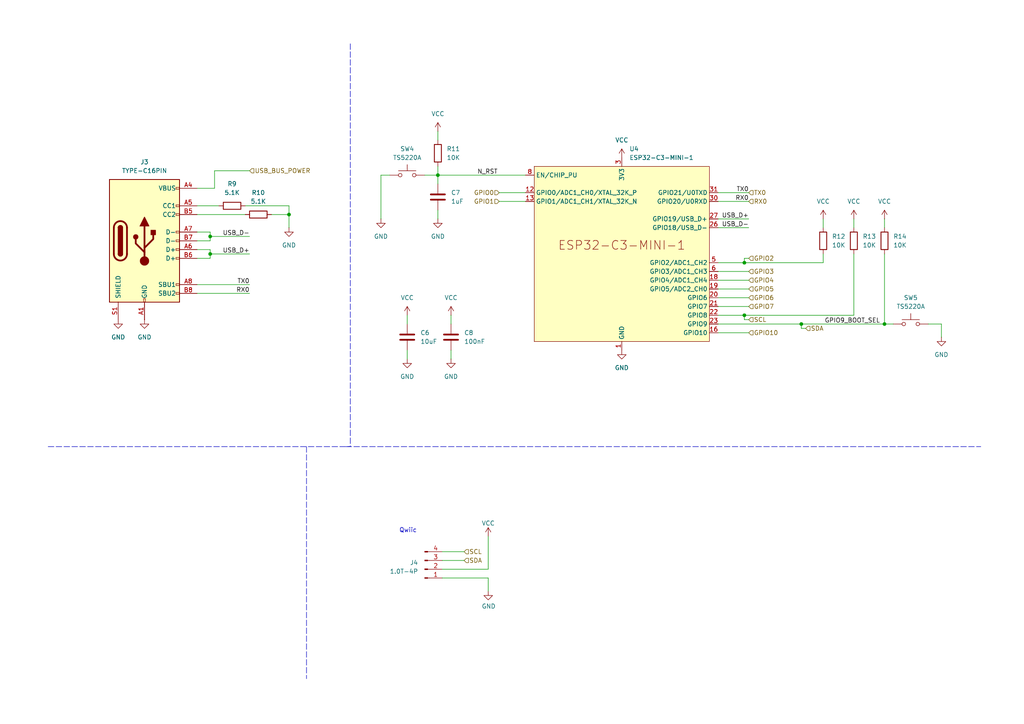
<source format=kicad_sch>
(kicad_sch (version 20250114) (generator "eeschema") (generator_version "9.0")
  (paper "A4")
  (title_block (title "ESP32-C3 mini module") (date "2024-06-12") (rev "1.1") (company "BornHack"))
  (lib_symbols
    (symbol "Connector:Conn_01x04_Male" (pin_names (offset 1.016) (hide yes))
      (property "Reference" "J" (at 0 5.08 0))
      (property "Value" "Conn_01x04_Male" (at 0 -7.62 0))
      (symbol "Conn_01x04_Male_1_1"
        (rectangle (start 0.8636 2.667) (end 0 2.413) (stroke (width 0.1524)) (fill (type outline)))
        (rectangle (start 0.8636 0.127) (end 0 -0.127) (stroke (width 0.1524)) (fill (type outline)))
        (rectangle (start 0.8636 -2.413) (end 0 -2.667) (stroke (width 0.1524)) (fill (type outline)))
        (rectangle (start 0.8636 -4.953) (end 0 -5.207) (stroke (width 0.1524)) (fill (type outline)))
        (polyline (pts (xy 1.27 2.54) (xy 0.8636 2.54)) (stroke (width 0.1524)))
        (polyline (pts (xy 1.27 0) (xy 0.8636 0)) (stroke (width 0.1524)))
        (polyline (pts (xy 1.27 -2.54) (xy 0.8636 -2.54)) (stroke (width 0.1524)))
        (polyline (pts (xy 1.27 -5.08) (xy 0.8636 -5.08)) (stroke (width 0.1524)))
        (pin passive line (at 5.08 2.54 180) (length 3.81) (name "Pin_1") (number "1"))
        (pin passive line (at 5.08 0 180) (length 3.81) (name "Pin_2") (number "2"))
        (pin passive line (at 5.08 -2.54 180) (length 3.81) (name "Pin_3") (number "3"))
        (pin passive line (at 5.08 -5.08 180) (length 3.81) (name "Pin_4") (number "4"))
      )
    )
    (symbol "Connector:USB_C_Receptacle_USB2.0_16P" (pin_names (offset 1.016))
      (property "Reference" "J" (at 0 22.225 0))
      (property "Value" "USB_C_Receptacle_USB2.0_16P" (at 0 19.685 0))
      (symbol "USB_C_Receptacle_USB2.0_16P_0_0"
        (rectangle (start -0.254 -17.78) (end 0.254 -16.764))
        (rectangle (start 10.16 15.494) (end 9.144 14.986))
        (rectangle (start 10.16 10.414) (end 9.144 9.906))
        (rectangle (start 10.16 7.874) (end 9.144 7.366))
        (rectangle (start 10.16 2.794) (end 9.144 2.286))
        (rectangle (start 10.16 0.254) (end 9.144 -0.254))
        (rectangle (start 10.16 -2.286) (end 9.144 -2.794))
        (rectangle (start 10.16 -4.826) (end 9.144 -5.334))
        (rectangle (start 10.16 -12.446) (end 9.144 -12.954))
        (rectangle (start 10.16 -14.986) (end 9.144 -15.494))
      )
      (symbol "USB_C_Receptacle_USB2.0_16P_0_1"
        (rectangle (start -10.16 17.78) (end 10.16 -17.78) (stroke (width 0.254)) (fill (type background)))
        (polyline (pts (xy -8.89 -3.81) (xy -8.89 3.81)) (stroke (width 0.508)))
        (rectangle (start -7.62 -3.81) (end -6.35 3.81) (stroke (width 0.254)) (fill (type outline)))
        (arc (start -7.62 3.81) (mid -6.985 4.4423) (end -6.35 3.81) (stroke (width 0.254)))
        (arc (start -7.62 3.81) (mid -6.985 4.4423) (end -6.35 3.81) (stroke (width 0.254)) (fill (type outline)))
        (arc (start -8.89 3.81) (mid -6.985 5.7067) (end -5.08 3.81) (stroke (width 0.508)))
        (arc (start -5.08 -3.81) (mid -6.985 -5.7067) (end -8.89 -3.81) (stroke (width 0.508)))
        (arc (start -6.35 -3.81) (mid -6.985 -4.4423) (end -7.62 -3.81) (stroke (width 0.254)))
        (arc (start -6.35 -3.81) (mid -6.985 -4.4423) (end -7.62 -3.81) (stroke (width 0.254)) (fill (type outline)))
        (polyline (pts (xy -5.08 3.81) (xy -5.08 -3.81)) (stroke (width 0.508)))
        (circle (center -2.54 1.143) (radius 0.635) (stroke (width 0.254)) (fill (type outline)))
        (polyline (pts (xy -1.27 4.318) (xy 0 6.858) (xy 1.27 4.318) (xy -1.27 4.318)) (stroke (width 0.254)) (fill (type outline)))
        (polyline (pts (xy 0 -2.032) (xy 2.54 0.508) (xy 2.54 1.778)) (stroke (width 0.508)))
        (polyline (pts (xy 0 -3.302) (xy -2.54 -0.762) (xy -2.54 0.508)) (stroke (width 0.508)))
        (polyline (pts (xy 0 -5.842) (xy 0 4.318)) (stroke (width 0.508)))
        (circle (center 0 -5.842) (radius 1.27) (fill (type outline)))
        (rectangle (start 1.905 1.778) (end 3.175 3.048) (stroke (width 0.254)) (fill (type outline)))
      )
      (symbol "USB_C_Receptacle_USB2.0_16P_1_1"
        (pin passive line (at -7.62 -22.86 90) (length 5.08) (name "SHIELD") (number "S1"))
        (pin passive line (at 0 -22.86 90) (length 5.08) (name "GND") (number "A1"))
        (pin passive line (at 0 -22.86 90) (length 5.08) (hide yes) (name "GND") (number "A12"))
        (pin passive line (at 0 -22.86 90) (length 5.08) (hide yes) (name "GND") (number "B1"))
        (pin passive line (at 0 -22.86 90) (length 5.08) (hide yes) (name "GND") (number "B12"))
        (pin passive line (at 15.24 15.24 180) (length 5.08) (name "VBUS") (number "A4"))
        (pin passive line (at 15.24 15.24 180) (length 5.08) (hide yes) (name "VBUS") (number "A9"))
        (pin passive line (at 15.24 15.24 180) (length 5.08) (hide yes) (name "VBUS") (number "B4"))
        (pin passive line (at 15.24 15.24 180) (length 5.08) (hide yes) (name "VBUS") (number "B9"))
        (pin bidirectional line (at 15.24 10.16 180) (length 5.08) (name "CC1") (number "A5"))
        (pin bidirectional line (at 15.24 7.62 180) (length 5.08) (name "CC2") (number "B5"))
        (pin bidirectional line (at 15.24 2.54 180) (length 5.08) (name "D-") (number "A7"))
        (pin bidirectional line (at 15.24 0 180) (length 5.08) (name "D-") (number "B7"))
        (pin bidirectional line (at 15.24 -2.54 180) (length 5.08) (name "D+") (number "A6"))
        (pin bidirectional line (at 15.24 -5.08 180) (length 5.08) (name "D+") (number "B6"))
        (pin bidirectional line (at 15.24 -12.7 180) (length 5.08) (name "SBU1") (number "A8"))
        (pin bidirectional line (at 15.24 -15.24 180) (length 5.08) (name "SBU2") (number "B8"))
      )
    )
    (symbol "Device:C" (pin_numbers (hide yes)) (pin_names (offset 0.254))
      (property "Reference" "C" (at 0.635 2.54 0))
      (property "Value" "C" (at 0.635 -2.54 0))
      (symbol "C_0_1"
        (polyline (pts (xy -2.032 0.762) (xy 2.032 0.762)) (stroke (width 0.508)))
        (polyline (pts (xy -2.032 -0.762) (xy 2.032 -0.762)) (stroke (width 0.508)))
      )
      (symbol "C_1_1"
        (pin passive line (at 0 3.81 270) (length 2.794) (name "~") (number "1"))
        (pin passive line (at 0 -3.81 90) (length 2.794) (name "~") (number "2"))
      )
    )
    (symbol "Device:R" (pin_numbers (hide yes)) (pin_names (offset 0))
      (property "Reference" "R" (at 2.032 0 90))
      (property "Value" "R" (at 0 0 90))
      (symbol "R_0_1"
        (rectangle (start -1.016 -2.54) (end 1.016 2.54) (stroke (width 0.254)))
      )
      (symbol "R_1_1"
        (pin passive line (at 0 3.81 270) (length 1.27) (name "~") (number "1"))
        (pin passive line (at 0 -3.81 90) (length 1.27) (name "~") (number "2"))
      )
    )
    (symbol "PCM_Espressif:ESP32-C3-MINI-1"
      (property "Reference" "U" (at -25.4 30.48 0))
      (property "Value" "ESP32-C3-MINI-1" (at -25.4 27.94 0))
      (symbol "ESP32-C3-MINI-1_0_0"
        (text "ESP32-C3-MINI-1" (at 0 2.54 0) (effects (font (size 2.54 2.54))))
      )
      (symbol "ESP32-C3-MINI-1_0_1"
        (rectangle (start -25.4 25.4) (end 25.4 -25.4) (fill (type background)))
      )
      (symbol "ESP32-C3-MINI-1_1_1"
        (pin input line (at -27.94 22.86 0) (length 2.54) (name "EN/CHIP_PU") (number "8"))
        (pin bidirectional line (at -27.94 17.78 0) (length 2.54) (name "GPIO0/ADC1_CH0/XTAL_32K_P") (number "12"))
        (pin bidirectional line (at -27.94 15.24 0) (length 2.54) (name "GPIO1/ADC1_CH1/XTAL_32K_N") (number "13"))
        (pin no_connect line (at -25.4 10.16 0) (length 2.54) (hide yes) (name "NC") (number "4"))
        (pin no_connect line (at -25.4 7.62 0) (length 2.54) (hide yes) (name "NC") (number "7"))
        (pin no_connect line (at -25.4 5.08 0) (length 2.54) (hide yes) (name "NC") (number "9"))
        (pin no_connect line (at -25.4 2.54 0) (length 2.54) (hide yes) (name "NC") (number "10"))
        (pin no_connect line (at -25.4 0 0) (length 2.54) (hide yes) (name "NC") (number "15"))
        (pin no_connect line (at -25.4 -2.54 0) (length 2.54) (hide yes) (name "NC") (number "17"))
        (pin no_connect line (at -25.4 -5.08 0) (length 2.54) (hide yes) (name "NC") (number "24"))
        (pin no_connect line (at -25.4 -7.62 0) (length 2.54) (hide yes) (name "NC") (number "25"))
        (pin no_connect line (at -25.4 -10.16 0) (length 2.54) (hide yes) (name "NC") (number "28"))
        (pin no_connect line (at -25.4 -12.7 0) (length 2.54) (hide yes) (name "NC") (number "29"))
        (pin no_connect line (at -25.4 -15.24 0) (length 2.54) (hide yes) (name "NC") (number "32"))
        (pin no_connect line (at -25.4 -17.78 0) (length 2.54) (hide yes) (name "NC") (number "33"))
        (pin no_connect line (at -25.4 -20.32 0) (length 2.54) (hide yes) (name "NC") (number "34"))
        (pin no_connect line (at -25.4 -22.86 0) (length 2.54) (hide yes) (name "NC") (number "35"))
        (pin power_in line (at 0 27.94 270) (length 2.54) (name "3V3") (number "3"))
        (pin power_in line (at 0 -27.94 90) (length 2.54) (name "GND") (number "1"))
        (pin passive line (at 0 -27.94 90) (length 2.54) (hide yes) (name "GND") (number "11"))
        (pin passive line (at 0 -27.94 90) (length 2.54) (hide yes) (name "GND") (number "14"))
        (pin passive line (at 0 -27.94 90) (length 2.54) (hide yes) (name "GND") (number "2"))
        (pin passive line (at 0 -27.94 90) (length 2.54) (hide yes) (name "GND") (number "36"))
        (pin passive line (at 0 -27.94 90) (length 2.54) (hide yes) (name "GND") (number "37"))
        (pin passive line (at 0 -27.94 90) (length 2.54) (hide yes) (name "GND") (number "38"))
        (pin passive line (at 0 -27.94 90) (length 2.54) (hide yes) (name "GND") (number "39"))
        (pin passive line (at 0 -27.94 90) (length 2.54) (hide yes) (name "GND") (number "40"))
        (pin passive line (at 0 -27.94 90) (length 2.54) (hide yes) (name "GND") (number "41"))
        (pin passive line (at 0 -27.94 90) (length 2.54) (hide yes) (name "GND") (number "42"))
        (pin passive line (at 0 -27.94 90) (length 2.54) (hide yes) (name "GND") (number "43"))
        (pin passive line (at 0 -27.94 90) (length 2.54) (hide yes) (name "GND") (number "44"))
        (pin passive line (at 0 -27.94 90) (length 2.54) (hide yes) (name "GND") (number "45"))
        (pin passive line (at 0 -27.94 90) (length 2.54) (hide yes) (name "GND") (number "46"))
        (pin passive line (at 0 -27.94 90) (length 2.54) (hide yes) (name "GND") (number "47"))
        (pin passive line (at 0 -27.94 90) (length 2.54) (hide yes) (name "GND") (number "48"))
        (pin passive line (at 0 -27.94 90) (length 2.54) (hide yes) (name "GND") (number "49"))
        (pin passive line (at 0 -27.94 90) (length 2.54) (hide yes) (name "GND") (number "50"))
        (pin passive line (at 0 -27.94 90) (length 2.54) (hide yes) (name "GND") (number "51"))
        (pin passive line (at 0 -27.94 90) (length 2.54) (hide yes) (name "GND") (number "52"))
        (pin passive line (at 0 -27.94 90) (length 2.54) (hide yes) (name "GND") (number "53"))
        (pin bidirectional line (at 27.94 17.78 180) (length 2.54) (name "GPIO21/U0TXD") (number "31"))
        (pin bidirectional line (at 27.94 15.24 180) (length 2.54) (name "GPIO20/U0RXD") (number "30"))
        (pin bidirectional line (at 27.94 10.16 180) (length 2.54) (name "GPIO19/USB_D+") (number "27"))
        (pin bidirectional line (at 27.94 7.62 180) (length 2.54) (name "GPIO18/USB_D-") (number "26"))
        (pin bidirectional line (at 27.94 -2.54 180) (length 2.54) (name "GPIO2/ADC1_CH2") (number "5"))
        (pin bidirectional line (at 27.94 -5.08 180) (length 2.54) (name "GPIO3/ADC1_CH3") (number "6"))
        (pin bidirectional line (at 27.94 -7.62 180) (length 2.54) (name "GPIO4/ADC1_CH4") (number "18"))
        (pin bidirectional line (at 27.94 -10.16 180) (length 2.54) (name "GPIO5/ADC2_CH0") (number "19"))
        (pin bidirectional line (at 27.94 -12.7 180) (length 2.54) (name "GPIO6") (number "20"))
        (pin bidirectional line (at 27.94 -15.24 180) (length 2.54) (name "GPIO7") (number "21"))
        (pin bidirectional line (at 27.94 -17.78 180) (length 2.54) (name "GPIO8") (number "22"))
        (pin bidirectional line (at 27.94 -20.32 180) (length 2.54) (name "GPIO9") (number "23"))
        (pin bidirectional line (at 27.94 -22.86 180) (length 2.54) (name "GPIO10") (number "16"))
      )
    )
    (symbol "Switch:SW_Push" (pin_numbers (hide yes)) (pin_names (offset 1.016) (hide yes))
      (property "Reference" "SW" (at 1.27 2.54 0))
      (property "Value" "SW_Push" (at 0 -1.524 0))
      (symbol "SW_Push_0_1"
        (circle (center -2.032 0) (radius 0.508))
        (polyline (pts (xy 0 1.27) (xy 0 3.048)))
        (circle (center 2.032 0) (radius 0.508))
        (polyline (pts (xy 2.54 1.27) (xy -2.54 1.27)))
        (pin passive line (at -5.08 0 0) (length 2.54) (name "1") (number "1"))
        (pin passive line (at 5.08 0 180) (length 2.54) (name "2") (number "2"))
      )
    )
    (symbol "power:GND" (power) (pin_numbers (hide yes)) (pin_names (offset 0) (hide yes))
      (property "Value" "GND" (at 0 -3.81 0))
      (symbol "GND_0_1"
        (polyline (pts (xy 0 0) (xy 0 -1.27) (xy 1.27 -1.27) (xy 0 -2.54) (xy -1.27 -1.27) (xy 0 -1.27)))
      )
      (symbol "GND_1_1"
        (pin power_in line (at 0 0 270) (length 0) (name "~") (number "1"))
      )
    )
    (symbol "power:VCC" (power) (pin_numbers (hide yes)) (pin_names (offset 0) (hide yes))
      (property "Value" "VCC" (at 0 3.556 0))
      (symbol "VCC_0_1"
        (polyline (pts (xy -0.762 1.27) (xy 0 2.54)))
        (polyline (pts (xy 0 2.54) (xy 0.762 1.27)))
        (polyline (pts (xy 0 0) (xy 0 2.54)))
      )
      (symbol "VCC_1_1"
        (pin power_in line (at 0 0 90) (length 0) (name "~") (number "1"))
      )
    )
  )
  (text "Qwiic" (at 118.364 153.924 0) (effects (font (size 1.27 1.27))))
  (junction (at 232.41 93.98))
  (junction (at 127 50.8))
  (junction (at 60.96 68.58))
  (junction (at 256.54 93.98))
  (junction (at 215.9 91.44))
  (junction (at 215.9 76.2))
  (junction (at 60.96 73.66))
  (junction (at 83.82 62.23))
  (wire (pts (xy 57.15 85.09) (xy 72.39 85.09)))
  (wire (pts (xy 141.605 155.575) (xy 141.605 165.1)))
  (wire (pts (xy 57.15 62.23) (xy 71.12 62.23)))
  (wire (pts (xy 78.74 62.23) (xy 83.82 62.23)))
  (wire (pts (xy 215.9 76.2) (xy 238.76 76.2)))
  (wire (pts (xy 238.76 63.5) (xy 238.76 66.04)))
  (wire (pts (xy 208.28 81.28) (xy 217.17 81.28)))
  (wire (pts (xy 127 50.8) (xy 152.4 50.8)))
  (wire (pts (xy 144.78 58.42) (xy 152.4 58.42)))
  (wire (pts (xy 215.9 92.71) (xy 215.9 91.44)))
  (wire (pts (xy 57.15 72.39) (xy 60.96 72.39)))
  (wire (pts (xy 256.54 73.66) (xy 256.54 93.98)))
  (wire (pts (xy 57.15 67.31) (xy 60.96 67.31)))
  (wire (pts (xy 269.24 93.98) (xy 273.05 93.98)))
  (wire (pts (xy 208.28 63.5) (xy 217.17 63.5)))
  (wire (pts (xy 247.65 91.44) (xy 247.65 73.66)))
  (wire (pts (xy 57.15 82.55) (xy 72.39 82.55)))
  (wire (pts (xy 256.54 63.5) (xy 256.54 66.04)))
  (wire (pts (xy 127 48.26) (xy 127 50.8)))
  (wire (pts (xy 60.96 72.39) (xy 60.96 73.66)))
  (wire (pts (xy 60.96 69.85) (xy 60.96 68.58)))
  (wire (pts (xy 215.9 91.44) (xy 247.65 91.44)))
  (wire (pts (xy 127 50.8) (xy 127 53.34)))
  (wire (pts (xy 83.82 59.69) (xy 83.82 62.23)))
  (wire (pts (xy 57.15 74.93) (xy 60.96 74.93)))
  (wire (pts (xy 208.28 58.42) (xy 217.17 58.42)))
  (wire (pts (xy 208.28 96.52) (xy 217.17 96.52)))
  (wire (pts (xy 208.28 66.04) (xy 217.17 66.04)))
  (polyline (pts (xy 101.6 129.54) (xy 101.6 129.54)) (stroke (width 0) (type dash)))
  (wire (pts (xy 130.81 91.44) (xy 130.81 93.98)))
  (wire (pts (xy 247.65 63.5) (xy 247.65 66.04)))
  (polyline (pts (xy 88.9 129.54) (xy 88.9 196.85)) (stroke (width 0) (type dash)))
  (wire (pts (xy 256.54 93.98) (xy 259.08 93.98)))
  (wire (pts (xy 208.28 93.98) (xy 232.41 93.98)))
  (wire (pts (xy 273.05 93.98) (xy 273.05 97.79)))
  (wire (pts (xy 144.78 55.88) (xy 152.4 55.88)))
  (wire (pts (xy 128.27 165.1) (xy 141.605 165.1)))
  (wire (pts (xy 208.28 91.44) (xy 215.9 91.44)))
  (wire (pts (xy 110.49 50.8) (xy 110.49 63.5)))
  (wire (pts (xy 130.81 101.6) (xy 130.81 104.14)))
  (wire (pts (xy 60.96 74.93) (xy 60.96 73.66)))
  (wire (pts (xy 127 60.96) (xy 127 63.5)))
  (wire (pts (xy 60.96 73.66) (xy 72.39 73.66)))
  (wire (pts (xy 128.27 162.56) (xy 134.62 162.56)))
  (polyline (pts (xy 13.97 129.54) (xy 101.6 129.54)) (stroke (width 0) (type dash)))
  (wire (pts (xy 60.96 67.31) (xy 60.96 68.58)))
  (wire (pts (xy 217.17 74.93) (xy 215.9 74.93)))
  (wire (pts (xy 232.41 95.25) (xy 232.41 93.98)))
  (wire (pts (xy 83.82 62.23) (xy 83.82 66.04)))
  (wire (pts (xy 123.19 50.8) (xy 127 50.8)))
  (wire (pts (xy 208.28 55.88) (xy 217.17 55.88)))
  (wire (pts (xy 238.76 76.2) (xy 238.76 73.66)))
  (wire (pts (xy 118.11 101.6) (xy 118.11 104.14)))
  (wire (pts (xy 208.28 76.2) (xy 215.9 76.2)))
  (wire (pts (xy 113.03 50.8) (xy 110.49 50.8)))
  (wire (pts (xy 127 38.1) (xy 127 40.64)))
  (polyline (pts (xy 101.6 12.7) (xy 101.6 129.54)) (stroke (width 0) (type dash)))
  (wire (pts (xy 71.12 59.69) (xy 83.82 59.69)))
  (wire (pts (xy 232.41 93.98) (xy 256.54 93.98)))
  (wire (pts (xy 233.68 95.25) (xy 232.41 95.25)))
  (wire (pts (xy 208.28 83.82) (xy 217.17 83.82)))
  (wire (pts (xy 208.28 86.36) (xy 217.17 86.36)))
  (wire (pts (xy 128.27 160.02) (xy 134.62 160.02)))
  (wire (pts (xy 60.96 68.58) (xy 72.39 68.58)))
  (wire (pts (xy 215.9 74.93) (xy 215.9 76.2)))
  (wire (pts (xy 57.15 59.69) (xy 63.5 59.69)))
  (wire (pts (xy 57.15 54.61) (xy 62.23 54.61)))
  (wire (pts (xy 217.17 92.71) (xy 215.9 92.71)))
  (wire (pts (xy 62.23 54.61) (xy 62.23 49.53)))
  (polyline (pts (xy 100.33 129.54) (xy 284.48 129.54)) (stroke (width 0) (type dash)))
  (wire (pts (xy 57.15 69.85) (xy 60.96 69.85)))
  (wire (pts (xy 62.23 49.53) (xy 72.39 49.53)))
  (wire (pts (xy 141.605 167.64) (xy 141.605 171.45)))
  (wire (pts (xy 208.28 88.9) (xy 217.17 88.9)))
  (wire (pts (xy 128.27 167.64) (xy 141.605 167.64)))
  (wire (pts (xy 208.28 78.74) (xy 217.17 78.74)))
  (wire (pts (xy 118.11 91.44) (xy 118.11 93.98)))
  (label "TX0" (at 72.39 82.55 180))
  (label "N_RST" (at 138.43 50.8 0))
  (label "RX0" (at 217.17 58.42 180))
  (label "USB_D+" (at 72.39 73.66 180))
  (label "RX0" (at 72.39 85.09 180))
  (label "USB_D-" (at 72.39 68.58 180))
  (label "USB_D+" (at 217.17 63.5 180))
  (label "TX0" (at 217.17 55.88 180))
  (label "GPIO9_BOOT_SEL" (at 255.27 93.98 180))
  (label "USB_D-" (at 217.17 66.04 180))
  (hierarchical_label "SCL" (shape input) (at 217.17 92.71 0))
  (hierarchical_label "GPIO0" (shape input) (at 144.78 55.88 180))
  (hierarchical_label "GPIO3" (shape input) (at 217.17 78.74 0))
  (hierarchical_label "GPIO7" (shape input) (at 217.17 88.9 0))
  (hierarchical_label "GPIO6" (shape input) (at 217.17 86.36 0))
  (hierarchical_label "USB_BUS_POWER" (shape input) (at 72.39 49.53 0))
  (hierarchical_label "RX0" (shape input) (at 217.17 58.42 0))
  (hierarchical_label "GPIO10" (shape input) (at 217.17 96.52 0))
  (hierarchical_label "GPIO4" (shape input) (at 217.17 81.28 0))
  (hierarchical_label "SCL" (shape input) (at 134.62 160.02 0))
  (hierarchical_label "GPIO5" (shape input) (at 217.17 83.82 0))
  (hierarchical_label "SDA" (shape input) (at 134.62 162.56 0))
  (hierarchical_label "GPIO1" (shape input) (at 144.78 58.42 180))
  (hierarchical_label "TX0" (shape input) (at 217.17 55.88 0))
  (hierarchical_label "SDA" (shape input) (at 233.68 95.25 0))
  (hierarchical_label "GPIO2" (shape input) (at 217.17 74.93 0))
  (symbol (lib_id "power:VCC") (at 118.11 91.44 0) (unit 1)
    (property "Reference" "#PWR028" (effects (hide yes)))
    (property "Value" "VCC" (at 118.11 86.36 0))
    (property "Description" "Power symbol creates a global label with name \"VCC\"" (effects (hide yes)))
  )
  (symbol (lib_id "power:VCC") (at 256.54 63.5 0) (unit 1)
    (property "Reference" "#PWR040" (effects (hide yes)))
    (property "Value" "VCC" (at 256.54 58.42 0))
    (property "Description" "Power symbol creates a global label with name \"VCC\"" (effects (hide yes)))
  )
  (symbol (lib_id "Connector:USB_C_Receptacle_USB2.0_16P") (at 41.91 69.85 0) (unit 1)
    (property "Reference" "J3" (at 41.91 46.99 0))
    (property "Value" "TYPE-C16PIN" (at 41.91 49.53 0))
    (property "Footprint" "Connector_USB:USB_C_Receptacle_XKB_U262-16XN-4BVC11" (effects (hide yes)))
    (property "Datasheet" "https://www.lcsc.com/datasheet/lcsc_datasheet_1912111437_SHOU-HAN-TYPE-C16PIN_C393939.pdf" (effects (hide yes)))
    (property "Description" "USB 2.0-only 16P Type-C Receptacle connector" (effects (hide yes)))
    (property "LCSC" "C393939" (effects (hide yes)))
  )
  (symbol (lib_id "Device:R") (at 67.31 59.69 90) (unit 1)
    (property "Reference" "R9" (at 67.31 53.34 90))
    (property "Value" "5.1K" (at 67.31 55.88 90))
    (property "Footprint" "Resistor_SMD:R_0603_1608Metric" (effects (hide yes)))
    (property "Description" "Resistor" (effects (hide yes)))
  )
  (symbol (lib_id "power:VCC") (at 238.76 63.5 0) (unit 1)
    (property "Reference" "#PWR038" (effects (hide yes)))
    (property "Value" "VCC" (at 238.76 58.42 0))
    (property "Description" "Power symbol creates a global label with name \"VCC\"" (effects (hide yes)))
  )
  (symbol (lib_id "power:GND") (at 118.11 104.14 0) (unit 1)
    (property "Reference" "#PWR029" (effects (hide yes)))
    (property "Value" "GND" (at 118.11 109.22 0))
    (property "Description" "Power symbol creates a global label with name \"GND\" , ground" (effects (hide yes)))
  )
  (symbol (lib_id "power:VCC") (at 141.605 155.575 0) (unit 1)
    (property "Reference" "#PWR034" (effects (hide yes)))
    (property "Value" "VCC" (at 141.605 151.765 0))
  )
  (symbol (lib_id "power:VCC") (at 247.65 63.5 0) (unit 1)
    (property "Reference" "#PWR039" (effects (hide yes)))
    (property "Value" "VCC" (at 247.65 58.42 0))
    (property "Description" "Power symbol creates a global label with name \"VCC\"" (effects (hide yes)))
  )
  (symbol (lib_id "power:GND") (at 34.29 92.71 0) (unit 1)
    (property "Reference" "#PWR022" (effects (hide yes)))
    (property "Value" "GND" (at 34.29 97.79 0))
    (property "Description" "Power symbol creates a global label with name \"GND\" , ground" (effects (hide yes)))
  )
  (symbol (lib_id "Switch:SW_Push") (at 118.11 50.8 0) (unit 1)
    (property "Reference" "SW4" (at 118.11 43.18 0))
    (property "Value" "TS5220A" (at 118.11 45.72 0))
    (property "Footprint" "Button_Switch_SMD:SW_SPST_TL3342" (effects (hide yes)))
    (property "Datasheet" "https://www.lcsc.com/datasheet/lcsc_datasheet_2409272203_SHOU-HAN-TS5220A_C412370.pdf" (effects (hide yes)))
    (property "Description" "Push button switch, generic, two pins" (effects (hide yes)))
    (property "LCSC" "C412370" (effects (hide yes)))
  )
  (symbol (lib_id "power:GND") (at 41.91 92.71 0) (unit 1)
    (property "Reference" "#PWR023" (effects (hide yes)))
    (property "Value" "GND" (at 41.91 97.79 0))
    (property "Description" "Power symbol creates a global label with name \"GND\" , ground" (effects (hide yes)))
  )
  (symbol (lib_id "Device:R") (at 256.54 69.85 0) (unit 1)
    (property "Reference" "R14" (at 259.08 68.5799 0) (effects (justify left)))
    (property "Value" "10K" (at 259.08 71.1199 0) (effects (justify left)))
    (property "Footprint" "Resistor_SMD:R_0603_1608Metric" (effects (hide yes)))
    (property "Description" "Resistor" (effects (hide yes)))
  )
  (symbol (lib_id "power:GND") (at 83.82 66.04 0) (unit 1)
    (property "Reference" "#PWR026" (effects (hide yes)))
    (property "Value" "GND" (at 83.82 71.12 0))
    (property "Description" "Power symbol creates a global label with name \"GND\" , ground" (effects (hide yes)))
  )
  (symbol (lib_id "Switch:SW_Push") (at 264.16 93.98 0) (unit 1)
    (property "Reference" "SW5" (at 264.16 86.36 0))
    (property "Value" "TS5220A" (at 264.16 88.9 0))
    (property "Footprint" "Button_Switch_SMD:SW_SPST_TL3342" (effects (hide yes)))
    (property "Datasheet" "https://www.lcsc.com/datasheet/lcsc_datasheet_2409272203_SHOU-HAN-TS5220A_C412370.pdf" (effects (hide yes)))
    (property "Description" "Push button switch, generic, two pins" (effects (hide yes)))
    (property "LCSC" "C412370" (effects (hide yes)))
  )
  (symbol (lib_id "power:GND") (at 180.34 101.6 0) (unit 1)
    (property "Reference" "#PWR037" (effects (hide yes)))
    (property "Value" "GND" (at 180.34 106.68 0))
    (property "Description" "Power symbol creates a global label with name \"GND\" , ground" (effects (hide yes)))
  )
  (symbol (lib_id "Device:C") (at 130.81 97.79 0) (unit 1)
    (property "Reference" "C8" (at 134.62 96.5199 0) (effects (justify left)))
    (property "Value" "100nF" (at 134.62 99.0599 0) (effects (justify left)))
    (property "Footprint" "Capacitor_SMD:C_0603_1608Metric" (effects (hide yes)))
    (property "Description" "Unpolarized capacitor" (effects (hide yes)))
  )
  (symbol (lib_id "Device:R") (at 247.65 69.85 0) (unit 1)
    (property "Reference" "R13" (at 250.19 68.5799 0) (effects (justify left)))
    (property "Value" "10K" (at 250.19 71.1199 0) (effects (justify left)))
    (property "Footprint" "Resistor_SMD:R_0603_1608Metric" (effects (hide yes)))
    (property "Description" "Resistor" (effects (hide yes)))
  )
  (symbol (lib_id "power:GND") (at 110.49 63.5 0) (unit 1)
    (property "Reference" "#PWR027" (effects (hide yes)))
    (property "Value" "GND" (at 110.49 68.58 0))
    (property "Description" "Power symbol creates a global label with name \"GND\" , ground" (effects (hide yes)))
  )
  (symbol (lib_id "power:GND") (at 141.605 171.45 0) (unit 1)
    (property "Reference" "#PWR035" (effects (hide yes)))
    (property "Value" "GND" (at 141.732 175.8442 0))
  )
  (symbol (lib_id "power:VCC") (at 180.34 45.72 0) (unit 1)
    (property "Reference" "#PWR036" (effects (hide yes)))
    (property "Value" "VCC" (at 180.34 40.64 0))
    (property "Description" "Power symbol creates a global label with name \"VCC\"" (effects (hide yes)))
  )
  (symbol (lib_id "power:GND") (at 273.05 97.79 0) (unit 1)
    (property "Reference" "#PWR041" (effects (hide yes)))
    (property "Value" "GND" (at 273.05 102.87 0))
    (property "Description" "Power symbol creates a global label with name \"GND\" , ground" (effects (hide yes)))
  )
  (symbol (lib_id "power:VCC") (at 130.81 91.44 0) (unit 1)
    (property "Reference" "#PWR032" (effects (hide yes)))
    (property "Value" "VCC" (at 130.81 86.36 0))
    (property "Description" "Power symbol creates a global label with name \"VCC\"" (effects (hide yes)))
  )
  (symbol (lib_id "Device:C") (at 127 57.15 0) (unit 1)
    (property "Reference" "C7" (at 130.81 55.8799 0) (effects (justify left)))
    (property "Value" "1uF" (at 130.81 58.4199 0) (effects (justify left)))
    (property "Footprint" "Capacitor_SMD:C_0603_1608Metric" (effects (hide yes)))
    (property "Description" "Unpolarized capacitor" (effects (hide yes)))
  )
  (symbol (lib_id "power:GND") (at 127 63.5 0) (unit 1)
    (property "Reference" "#PWR031" (effects (hide yes)))
    (property "Value" "GND" (at 127 68.58 0))
    (property "Description" "Power symbol creates a global label with name \"GND\" , ground" (effects (hide yes)))
  )
  (symbol (lib_id "Device:R") (at 127 44.45 0) (unit 1)
    (property "Reference" "R11" (at 129.54 43.1799 0) (effects (justify left)))
    (property "Value" "10K" (at 129.54 45.7199 0) (effects (justify left)))
    (property "Footprint" "Resistor_SMD:R_0603_1608Metric" (effects (hide yes)))
    (property "Description" "Resistor" (effects (hide yes)))
  )
  (symbol (lib_id "power:GND") (at 130.81 104.14 0) (unit 1)
    (property "Reference" "#PWR033" (effects (hide yes)))
    (property "Value" "GND" (at 130.81 109.22 0))
    (property "Description" "Power symbol creates a global label with name \"GND\" , ground" (effects (hide yes)))
  )
  (symbol (lib_id "Connector:Conn_01x04_Male") (at 123.19 165.1 0) (mirror x) (unit 1)
    (property "Reference" "J4" (at 121.285 163.1949 0) (effects (justify right)))
    (property "Value" "1.0T-4P" (at 121.285 165.7349 0) (effects (justify right)))
    (property "Footprint" "Connector_JST:JST_SH_SM04B-SRSS-TB_1x04-1MP_P1.00mm_Horizontal" (effects (hide yes)))
    (property "Datasheet" "https://www.lcsc.com/datasheet/lcsc_datasheet_2304140030_BOOMELE-Boom-Precision-Elec-1-0T-4P_C145956.pdf" (effects (hide yes)))
    (property "Description" "1x4P 4P SH 4 1 1mm Surface Mount SMD,P=1mm" (effects (hide yes)))
    (property "LCSC" "C145956" (effects (hide yes)))
  )
  (symbol (lib_id "PCM_Espressif:ESP32-C3-MINI-1") (at 180.34 73.66 0) (unit 1)
    (property "Reference" "U4" (at 182.5341 43.18 0) (effects (justify left)))
    (property "Value" "ESP32-C3-MINI-1" (at 182.5341 45.72 0) (effects (justify left)))
    (property "Footprint" "PCM_Espressif:ESP32-C3-MINI-1" (effects (hide yes)))
    (property "Datasheet" "https://www.espressif.com/sites/default/files/documentation/esp32-c3-mini-1_datasheet_en.pdf" (effects (hide yes)))
    (property "Description" "ESP32-C3-MINI-1 family is an ultra-low-power MCU-based SoC solution that supports 2.4 GHz Wi-Fi and Bluetooth®Low Energy (Bluetooth LE)." (effects (hide yes)))
  )
  (symbol (lib_id "power:VCC") (at 127 38.1 0) (unit 1)
    (property "Reference" "#PWR030" (effects (hide yes)))
    (property "Value" "VCC" (at 127 33.02 0))
    (property "Description" "Power symbol creates a global label with name \"VCC\"" (effects (hide yes)))
  )
  (symbol (lib_id "Device:C") (at 118.11 97.79 0) (unit 1)
    (property "Reference" "C6" (at 121.92 96.5199 0) (effects (justify left)))
    (property "Value" "10uF" (at 121.92 99.0599 0) (effects (justify left)))
    (property "Footprint" "Capacitor_SMD:C_0603_1608Metric" (effects (hide yes)))
    (property "Description" "Unpolarized capacitor" (effects (hide yes)))
  )
  (symbol (lib_id "Device:R") (at 74.93 62.23 90) (unit 1)
    (property "Reference" "R10" (at 74.93 55.88 90))
    (property "Value" "5.1K" (at 74.93 58.42 90))
    (property "Footprint" "Resistor_SMD:R_0603_1608Metric" (effects (hide yes)))
    (property "Description" "Resistor" (effects (hide yes)))
  )
  (symbol (lib_id "Device:R") (at 238.76 69.85 0) (unit 1)
    (property "Reference" "R12" (at 241.3 68.5799 0) (effects (justify left)))
    (property "Value" "10K" (at 241.3 71.1199 0) (effects (justify left)))
    (property "Footprint" "Resistor_SMD:R_0603_1608Metric" (effects (hide yes)))
    (property "Description" "Resistor" (effects (hide yes)))
  )
)
</source>
